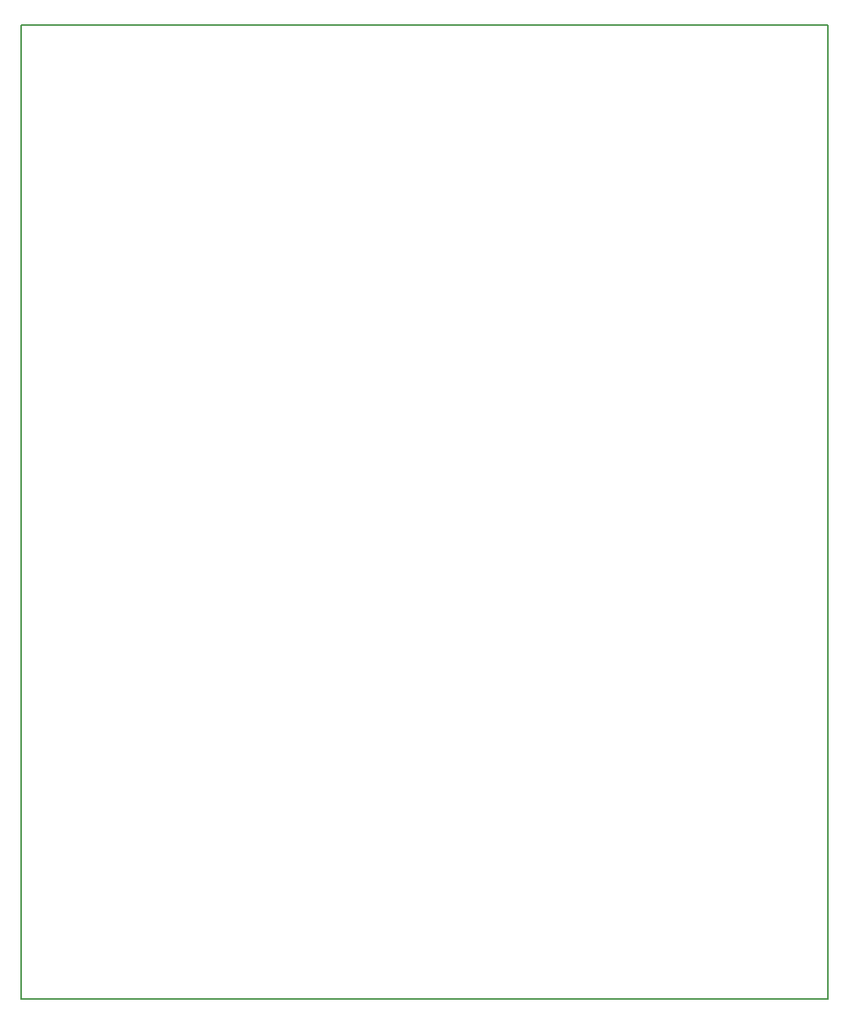
<source format=gbr>
G04 #@! TF.GenerationSoftware,KiCad,Pcbnew,5.1.5+dfsg1-2build2*
G04 #@! TF.CreationDate,2022-06-14T14:00:15+02:00*
G04 #@! TF.ProjectId,4x18650 z zabezpieczeniem,34783138-3635-4302-907a-207a6162657a,rev?*
G04 #@! TF.SameCoordinates,Original*
G04 #@! TF.FileFunction,Other,User*
%FSLAX46Y46*%
G04 Gerber Fmt 4.6, Leading zero omitted, Abs format (unit mm)*
G04 Created by KiCad (PCBNEW 5.1.5+dfsg1-2build2) date 2022-06-14 14:00:15*
%MOMM*%
%LPD*%
G04 APERTURE LIST*
%ADD10C,0.150000*%
G04 APERTURE END LIST*
D10*
X146800000Y-164200000D02*
X148000000Y-164200000D01*
X146800000Y-58800000D02*
X146800000Y-164200000D01*
X148000000Y-58800000D02*
X146800000Y-58800000D01*
X234200000Y-58800000D02*
X233000000Y-58800000D01*
X234200000Y-164000000D02*
X234200000Y-58800000D01*
X234200000Y-164200000D02*
X233000000Y-164200000D01*
X234200000Y-164000000D02*
X234200000Y-164200000D01*
X148000000Y-164200000D02*
X233000000Y-164200000D01*
X148000000Y-58800000D02*
X233000000Y-58800000D01*
M02*

</source>
